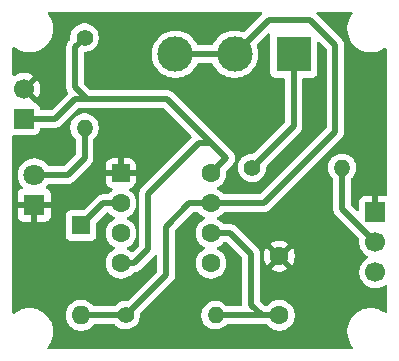
<source format=gbl>
G04 #@! TF.GenerationSoftware,KiCad,Pcbnew,9.0.1*
G04 #@! TF.CreationDate,2025-08-18T15:29:20+05:00*
G04 #@! TF.ProjectId,servo_tester,73657276-6f5f-4746-9573-7465722e6b69,rev?*
G04 #@! TF.SameCoordinates,Original*
G04 #@! TF.FileFunction,Copper,L2,Bot*
G04 #@! TF.FilePolarity,Positive*
%FSLAX46Y46*%
G04 Gerber Fmt 4.6, Leading zero omitted, Abs format (unit mm)*
G04 Created by KiCad (PCBNEW 9.0.1) date 2025-08-18 15:29:20*
%MOMM*%
%LPD*%
G01*
G04 APERTURE LIST*
G04 Aperture macros list*
%AMRoundRect*
0 Rectangle with rounded corners*
0 $1 Rounding radius*
0 $2 $3 $4 $5 $6 $7 $8 $9 X,Y pos of 4 corners*
0 Add a 4 corners polygon primitive as box body*
4,1,4,$2,$3,$4,$5,$6,$7,$8,$9,$2,$3,0*
0 Add four circle primitives for the rounded corners*
1,1,$1+$1,$2,$3*
1,1,$1+$1,$4,$5*
1,1,$1+$1,$6,$7*
1,1,$1+$1,$8,$9*
0 Add four rect primitives between the rounded corners*
20,1,$1+$1,$2,$3,$4,$5,0*
20,1,$1+$1,$4,$5,$6,$7,0*
20,1,$1+$1,$6,$7,$8,$9,0*
20,1,$1+$1,$8,$9,$2,$3,0*%
G04 Aperture macros list end*
G04 #@! TA.AperFunction,ComponentPad*
%ADD10C,1.400000*%
G04 #@! TD*
G04 #@! TA.AperFunction,ComponentPad*
%ADD11O,1.400000X1.400000*%
G04 #@! TD*
G04 #@! TA.AperFunction,ComponentPad*
%ADD12R,1.700000X1.700000*%
G04 #@! TD*
G04 #@! TA.AperFunction,ComponentPad*
%ADD13C,1.700000*%
G04 #@! TD*
G04 #@! TA.AperFunction,ComponentPad*
%ADD14R,1.600000X1.600000*%
G04 #@! TD*
G04 #@! TA.AperFunction,ComponentPad*
%ADD15O,1.600000X1.600000*%
G04 #@! TD*
G04 #@! TA.AperFunction,ComponentPad*
%ADD16RoundRect,0.250000X-0.550000X-0.550000X0.550000X-0.550000X0.550000X0.550000X-0.550000X0.550000X0*%
G04 #@! TD*
G04 #@! TA.AperFunction,ComponentPad*
%ADD17C,1.600000*%
G04 #@! TD*
G04 #@! TA.AperFunction,ComponentPad*
%ADD18R,1.800000X1.800000*%
G04 #@! TD*
G04 #@! TA.AperFunction,ComponentPad*
%ADD19C,1.800000*%
G04 #@! TD*
G04 #@! TA.AperFunction,ComponentPad*
%ADD20R,3.000000X3.000000*%
G04 #@! TD*
G04 #@! TA.AperFunction,ComponentPad*
%ADD21C,3.000000*%
G04 #@! TD*
G04 #@! TA.AperFunction,Conductor*
%ADD22C,0.500000*%
G04 #@! TD*
G04 APERTURE END LIST*
D10*
X140980000Y-102510000D03*
D11*
X148600000Y-102510000D03*
D12*
X162115000Y-93760000D03*
D13*
X162115000Y-96300000D03*
X162115000Y-98840000D03*
D14*
X137200000Y-94900000D03*
D15*
X137200000Y-102520000D03*
D16*
X140580000Y-90480000D03*
D17*
X140580000Y-93020000D03*
X140580000Y-95560000D03*
X140580000Y-98100000D03*
X148200000Y-98100000D03*
X148200000Y-95560000D03*
X148200000Y-93020000D03*
X148200000Y-90480000D03*
D12*
X132385000Y-85875000D03*
D13*
X132385000Y-83335000D03*
D10*
X137500000Y-79000000D03*
D11*
X137500000Y-86620000D03*
D18*
X133250000Y-93170000D03*
D19*
X133250000Y-90630000D03*
D17*
X154000000Y-102510000D03*
X154000000Y-97510000D03*
D10*
X151690000Y-90010000D03*
D11*
X159310000Y-90010000D03*
D20*
X155200000Y-80400000D03*
D21*
X150200000Y-80400000D03*
X145200000Y-80400000D03*
D22*
X155200000Y-80400000D02*
X155200000Y-86500000D01*
X155200000Y-86500000D02*
X151690000Y-90010000D01*
X150200000Y-80400000D02*
X153100000Y-77500000D01*
X144400000Y-99090000D02*
X140980000Y-102510000D01*
X146380000Y-93020000D02*
X144400000Y-95000000D01*
X158750000Y-86950000D02*
X158750000Y-79650000D01*
X144400000Y-95000000D02*
X144400000Y-99090000D01*
X152680000Y-93020000D02*
X158750000Y-86950000D01*
X145200000Y-80400000D02*
X150200000Y-80400000D01*
X153100000Y-77500000D02*
X156600000Y-77500000D01*
X148200000Y-93020000D02*
X146380000Y-93020000D01*
X148200000Y-93020000D02*
X152680000Y-93020000D01*
X158750000Y-79650000D02*
X156600000Y-77500000D01*
X137210000Y-102510000D02*
X137200000Y-102520000D01*
X140980000Y-102510000D02*
X137210000Y-102510000D01*
X151600000Y-97300000D02*
X151600000Y-101610000D01*
X152500000Y-102510000D02*
X154000000Y-102510000D01*
X149860000Y-95560000D02*
X151600000Y-97300000D01*
X139080000Y-93020000D02*
X137200000Y-94900000D01*
X140580000Y-93020000D02*
X139080000Y-93020000D01*
X148600000Y-102510000D02*
X152500000Y-102510000D01*
X148200000Y-95560000D02*
X149860000Y-95560000D01*
X151600000Y-101610000D02*
X152500000Y-102510000D01*
X137500000Y-89200000D02*
X136070000Y-90630000D01*
X137500000Y-86620000D02*
X137500000Y-89200000D01*
X136070000Y-90630000D02*
X133250000Y-90630000D01*
X149490000Y-89190000D02*
X148200000Y-87900000D01*
X162115000Y-96300000D02*
X159310000Y-93495000D01*
X159310000Y-93495000D02*
X159310000Y-90010000D01*
X137500000Y-79000000D02*
X136700000Y-79800000D01*
X148200000Y-87900000D02*
X147200000Y-87900000D01*
X136700000Y-84200000D02*
X137700000Y-84200000D01*
X136700000Y-83200000D02*
X137700000Y-84200000D01*
X142900000Y-92200000D02*
X142900000Y-96900000D01*
X141700000Y-98100000D02*
X140580000Y-98100000D01*
X137700000Y-84200000D02*
X144500000Y-84200000D01*
X135025000Y-85875000D02*
X136700000Y-84200000D01*
X148200000Y-90480000D02*
X149490000Y-89190000D01*
X136700000Y-79800000D02*
X136700000Y-83200000D01*
X142900000Y-96900000D02*
X141700000Y-98100000D01*
X147200000Y-87900000D02*
X142900000Y-92200000D01*
X144500000Y-84200000D02*
X148200000Y-87900000D01*
X132385000Y-85875000D02*
X135025000Y-85875000D01*
G04 #@! TA.AperFunction,Conductor*
G36*
X160156258Y-76820185D02*
G01*
X160202013Y-76872989D01*
X160211957Y-76942147D01*
X160187595Y-76999985D01*
X160178238Y-77012181D01*
X160083072Y-77136201D01*
X159951958Y-77363299D01*
X159951953Y-77363309D01*
X159851605Y-77605571D01*
X159851602Y-77605581D01*
X159791722Y-77829060D01*
X159783730Y-77858885D01*
X159749500Y-78118872D01*
X159749500Y-78381127D01*
X159772789Y-78558016D01*
X159783730Y-78641116D01*
X159851602Y-78894418D01*
X159851605Y-78894428D01*
X159951953Y-79136690D01*
X159951958Y-79136700D01*
X160083075Y-79363803D01*
X160242718Y-79571851D01*
X160242726Y-79571860D01*
X160428140Y-79757274D01*
X160428148Y-79757281D01*
X160636196Y-79916924D01*
X160863299Y-80048041D01*
X160863309Y-80048046D01*
X161019024Y-80112545D01*
X161105581Y-80148398D01*
X161358884Y-80216270D01*
X161618880Y-80250500D01*
X161618887Y-80250500D01*
X161881113Y-80250500D01*
X161881120Y-80250500D01*
X162141116Y-80216270D01*
X162394419Y-80148398D01*
X162636697Y-80048043D01*
X162863803Y-79916924D01*
X162900013Y-79889139D01*
X162965182Y-79863944D01*
X163033627Y-79877982D01*
X163083617Y-79926795D01*
X163099500Y-79987514D01*
X163099500Y-92286000D01*
X163079815Y-92353039D01*
X163027011Y-92398794D01*
X162975500Y-92410000D01*
X162365000Y-92410000D01*
X162365000Y-93326988D01*
X162307993Y-93294075D01*
X162180826Y-93260000D01*
X162049174Y-93260000D01*
X161922007Y-93294075D01*
X161865000Y-93326988D01*
X161865000Y-92410000D01*
X161217155Y-92410000D01*
X161157627Y-92416401D01*
X161157620Y-92416403D01*
X161022913Y-92466645D01*
X161022906Y-92466649D01*
X160907812Y-92552809D01*
X160907809Y-92552812D01*
X160821649Y-92667906D01*
X160821645Y-92667913D01*
X160771403Y-92802620D01*
X160771401Y-92802627D01*
X160765000Y-92862155D01*
X160765000Y-93589270D01*
X160745315Y-93656309D01*
X160692511Y-93702064D01*
X160623353Y-93712008D01*
X160559797Y-93682983D01*
X160553319Y-93676951D01*
X160096819Y-93220451D01*
X160063334Y-93159128D01*
X160060500Y-93132770D01*
X160060500Y-91008625D01*
X160080185Y-90941586D01*
X160096819Y-90920944D01*
X160137763Y-90880000D01*
X160225690Y-90792073D01*
X160336760Y-90639199D01*
X160422547Y-90470832D01*
X160480940Y-90291118D01*
X160493013Y-90214892D01*
X160510500Y-90104486D01*
X160510500Y-89915513D01*
X160480940Y-89728881D01*
X160449715Y-89632781D01*
X160422547Y-89549168D01*
X160422545Y-89549165D01*
X160422545Y-89549163D01*
X160356176Y-89418907D01*
X160336760Y-89380801D01*
X160225690Y-89227927D01*
X160092073Y-89094310D01*
X159939199Y-88983240D01*
X159915361Y-88971094D01*
X159770836Y-88897454D01*
X159591118Y-88839059D01*
X159404486Y-88809500D01*
X159404481Y-88809500D01*
X159215519Y-88809500D01*
X159215514Y-88809500D01*
X159028881Y-88839059D01*
X158849163Y-88897454D01*
X158680800Y-88983240D01*
X158593579Y-89046610D01*
X158527927Y-89094310D01*
X158527925Y-89094312D01*
X158527924Y-89094312D01*
X158394312Y-89227924D01*
X158394312Y-89227925D01*
X158394310Y-89227927D01*
X158346610Y-89293579D01*
X158283240Y-89380800D01*
X158197454Y-89549163D01*
X158139059Y-89728881D01*
X158109500Y-89915513D01*
X158109500Y-90104486D01*
X158139059Y-90291118D01*
X158197454Y-90470836D01*
X158254275Y-90582352D01*
X158283240Y-90639199D01*
X158394310Y-90792073D01*
X158394312Y-90792075D01*
X158523181Y-90920944D01*
X158556666Y-90982267D01*
X158559500Y-91008625D01*
X158559500Y-93568918D01*
X158559500Y-93568920D01*
X158559499Y-93568920D01*
X158588340Y-93713907D01*
X158588342Y-93713913D01*
X158644914Y-93850491D01*
X158644917Y-93850496D01*
X158649714Y-93857675D01*
X158727051Y-93973420D01*
X158727052Y-93973421D01*
X160744824Y-95991192D01*
X160778309Y-96052515D01*
X160779616Y-96098271D01*
X160764500Y-96193707D01*
X160764500Y-96193713D01*
X160764500Y-96406287D01*
X160797754Y-96616243D01*
X160846897Y-96767490D01*
X160863444Y-96818414D01*
X160959951Y-97007820D01*
X161084890Y-97179786D01*
X161235213Y-97330109D01*
X161407182Y-97455050D01*
X161415946Y-97459516D01*
X161466742Y-97507491D01*
X161483536Y-97575312D01*
X161460998Y-97641447D01*
X161415946Y-97680484D01*
X161407182Y-97684949D01*
X161235213Y-97809890D01*
X161084890Y-97960213D01*
X160959951Y-98132179D01*
X160863444Y-98321585D01*
X160797753Y-98523760D01*
X160787345Y-98589474D01*
X160764500Y-98733713D01*
X160764500Y-98946287D01*
X160797754Y-99156243D01*
X160800248Y-99163920D01*
X160863444Y-99358414D01*
X160959951Y-99547820D01*
X161084890Y-99719786D01*
X161235213Y-99870109D01*
X161407179Y-99995048D01*
X161407181Y-99995049D01*
X161407184Y-99995051D01*
X161596588Y-100091557D01*
X161798757Y-100157246D01*
X162008713Y-100190500D01*
X162008714Y-100190500D01*
X162221286Y-100190500D01*
X162221287Y-100190500D01*
X162431243Y-100157246D01*
X162633412Y-100091557D01*
X162822816Y-99995051D01*
X162902616Y-99937073D01*
X162968421Y-99913594D01*
X163036475Y-99929419D01*
X163085170Y-99979525D01*
X163099500Y-100037392D01*
X163099500Y-102162485D01*
X163079815Y-102229524D01*
X163027011Y-102275279D01*
X162957853Y-102285223D01*
X162900014Y-102260861D01*
X162863802Y-102233075D01*
X162636700Y-102101958D01*
X162636690Y-102101953D01*
X162394428Y-102001605D01*
X162394421Y-102001603D01*
X162394419Y-102001602D01*
X162141116Y-101933730D01*
X162083339Y-101926123D01*
X161881127Y-101899500D01*
X161881120Y-101899500D01*
X161618880Y-101899500D01*
X161618872Y-101899500D01*
X161387772Y-101929926D01*
X161358884Y-101933730D01*
X161105581Y-102001602D01*
X161105571Y-102001605D01*
X160863309Y-102101953D01*
X160863299Y-102101958D01*
X160636196Y-102233075D01*
X160428148Y-102392718D01*
X160242718Y-102578148D01*
X160083075Y-102786196D01*
X159951958Y-103013299D01*
X159951953Y-103013309D01*
X159851605Y-103255571D01*
X159851602Y-103255581D01*
X159785583Y-103501971D01*
X159783730Y-103508885D01*
X159749500Y-103768872D01*
X159749500Y-104031127D01*
X159770436Y-104190140D01*
X159783730Y-104291116D01*
X159805178Y-104371161D01*
X159851602Y-104544418D01*
X159851605Y-104544428D01*
X159951953Y-104786690D01*
X159951958Y-104786700D01*
X160083075Y-105013803D01*
X160225961Y-105200013D01*
X160251156Y-105265182D01*
X160237118Y-105333627D01*
X160188304Y-105383617D01*
X160127586Y-105399500D01*
X134472414Y-105399500D01*
X134405375Y-105379815D01*
X134359620Y-105327011D01*
X134349676Y-105257853D01*
X134374039Y-105200013D01*
X134516924Y-105013803D01*
X134648041Y-104786700D01*
X134648046Y-104786690D01*
X134748394Y-104544428D01*
X134748398Y-104544419D01*
X134816270Y-104291116D01*
X134850500Y-104031120D01*
X134850500Y-103768880D01*
X134816270Y-103508884D01*
X134748398Y-103255581D01*
X134726044Y-103201613D01*
X134648046Y-103013309D01*
X134648041Y-103013299D01*
X134516924Y-102786196D01*
X134357281Y-102578148D01*
X134357274Y-102578140D01*
X134171860Y-102392726D01*
X134171851Y-102392718D01*
X133963803Y-102233075D01*
X133736700Y-102101958D01*
X133736690Y-102101953D01*
X133494428Y-102001605D01*
X133494421Y-102001603D01*
X133494419Y-102001602D01*
X133241116Y-101933730D01*
X133183339Y-101926123D01*
X132981127Y-101899500D01*
X132981120Y-101899500D01*
X132718880Y-101899500D01*
X132718872Y-101899500D01*
X132487772Y-101929926D01*
X132458884Y-101933730D01*
X132205581Y-102001602D01*
X132205571Y-102001605D01*
X131963309Y-102101953D01*
X131963299Y-102101958D01*
X131736201Y-102233072D01*
X131681197Y-102275279D01*
X131599985Y-102337595D01*
X131534818Y-102362789D01*
X131466373Y-102348751D01*
X131416383Y-102299937D01*
X131400500Y-102239219D01*
X131400500Y-90519778D01*
X131849500Y-90519778D01*
X131849500Y-90740222D01*
X131857713Y-90792074D01*
X131883985Y-90957952D01*
X131952103Y-91167603D01*
X131952104Y-91167606D01*
X131975209Y-91212950D01*
X132045885Y-91351658D01*
X132052187Y-91364025D01*
X132181752Y-91542358D01*
X132181756Y-91542363D01*
X132232316Y-91592923D01*
X132265801Y-91654246D01*
X132260817Y-91723938D01*
X132218945Y-91779871D01*
X132187969Y-91796785D01*
X132107918Y-91826643D01*
X132107906Y-91826649D01*
X131992812Y-91912809D01*
X131992809Y-91912812D01*
X131906649Y-92027906D01*
X131906645Y-92027913D01*
X131856403Y-92162620D01*
X131856401Y-92162627D01*
X131850000Y-92222155D01*
X131850000Y-92920000D01*
X132874722Y-92920000D01*
X132830667Y-92996306D01*
X132800000Y-93110756D01*
X132800000Y-93229244D01*
X132830667Y-93343694D01*
X132874722Y-93420000D01*
X131850000Y-93420000D01*
X131850000Y-94117844D01*
X131856401Y-94177372D01*
X131856403Y-94177379D01*
X131906645Y-94312086D01*
X131906649Y-94312093D01*
X131992809Y-94427187D01*
X131992812Y-94427190D01*
X132107906Y-94513350D01*
X132107913Y-94513354D01*
X132242620Y-94563596D01*
X132242627Y-94563598D01*
X132302155Y-94569999D01*
X132302172Y-94570000D01*
X133000000Y-94570000D01*
X133000000Y-93545277D01*
X133076306Y-93589333D01*
X133190756Y-93620000D01*
X133309244Y-93620000D01*
X133423694Y-93589333D01*
X133500000Y-93545277D01*
X133500000Y-94570000D01*
X134197828Y-94570000D01*
X134197844Y-94569999D01*
X134257372Y-94563598D01*
X134257379Y-94563596D01*
X134392086Y-94513354D01*
X134392093Y-94513350D01*
X134507187Y-94427190D01*
X134507190Y-94427187D01*
X134593350Y-94312093D01*
X134593354Y-94312086D01*
X134643596Y-94177379D01*
X134643598Y-94177372D01*
X134649999Y-94117844D01*
X134650000Y-94117827D01*
X134650000Y-93420000D01*
X133625278Y-93420000D01*
X133669333Y-93343694D01*
X133700000Y-93229244D01*
X133700000Y-93110756D01*
X133669333Y-92996306D01*
X133625278Y-92920000D01*
X134650000Y-92920000D01*
X134650000Y-92222172D01*
X134649999Y-92222155D01*
X134643598Y-92162627D01*
X134643596Y-92162620D01*
X134593354Y-92027913D01*
X134593350Y-92027906D01*
X134507190Y-91912812D01*
X134507187Y-91912809D01*
X134392093Y-91826649D01*
X134392087Y-91826646D01*
X134312030Y-91796786D01*
X134288882Y-91779457D01*
X134264105Y-91764555D01*
X134261255Y-91758775D01*
X134256097Y-91754914D01*
X134245992Y-91727822D01*
X134233205Y-91701890D01*
X134233932Y-91695487D01*
X134231680Y-91689450D01*
X134237826Y-91661195D01*
X134241089Y-91632467D01*
X134245504Y-91625901D01*
X134246532Y-91621177D01*
X134259280Y-91602222D01*
X134263243Y-91597363D01*
X134318242Y-91542365D01*
X134400744Y-91428809D01*
X134402940Y-91426118D01*
X134429004Y-91408251D01*
X134454035Y-91388949D01*
X134458342Y-91388140D01*
X134460570Y-91386613D01*
X134467583Y-91386404D01*
X134499024Y-91380500D01*
X136143920Y-91380500D01*
X136241462Y-91361096D01*
X136288913Y-91351658D01*
X136425495Y-91295084D01*
X136474729Y-91262186D01*
X136548416Y-91212952D01*
X137290536Y-90470832D01*
X137972185Y-89789183D01*
X138082948Y-89678419D01*
X138082947Y-89678419D01*
X138082951Y-89678416D01*
X138165084Y-89555495D01*
X138221658Y-89418913D01*
X138238926Y-89332103D01*
X138250500Y-89273920D01*
X138250500Y-87618625D01*
X138270185Y-87551586D01*
X138286819Y-87530944D01*
X138330083Y-87487680D01*
X138415690Y-87402073D01*
X138526760Y-87249199D01*
X138612547Y-87080832D01*
X138670940Y-86901118D01*
X138681811Y-86832482D01*
X138700500Y-86714486D01*
X138700500Y-86525513D01*
X138670940Y-86338881D01*
X138612545Y-86159163D01*
X138526759Y-85990800D01*
X138415690Y-85837927D01*
X138282073Y-85704310D01*
X138129199Y-85593240D01*
X137960836Y-85507454D01*
X137781118Y-85449059D01*
X137594486Y-85419500D01*
X137594481Y-85419500D01*
X137405519Y-85419500D01*
X137405514Y-85419500D01*
X137218881Y-85449059D01*
X137039163Y-85507454D01*
X136870800Y-85593240D01*
X136783579Y-85656610D01*
X136717927Y-85704310D01*
X136717925Y-85704312D01*
X136717924Y-85704312D01*
X136584312Y-85837924D01*
X136584312Y-85837925D01*
X136584310Y-85837927D01*
X136536610Y-85903579D01*
X136473240Y-85990800D01*
X136387454Y-86159163D01*
X136329059Y-86338881D01*
X136299500Y-86525513D01*
X136299500Y-86714486D01*
X136329059Y-86901118D01*
X136387454Y-87080836D01*
X136432273Y-87168797D01*
X136473240Y-87249199D01*
X136584310Y-87402073D01*
X136584312Y-87402075D01*
X136713181Y-87530944D01*
X136746666Y-87592267D01*
X136749500Y-87618625D01*
X136749500Y-88837770D01*
X136729815Y-88904809D01*
X136713181Y-88925451D01*
X135795451Y-89843181D01*
X135734128Y-89876666D01*
X135707770Y-89879500D01*
X134499024Y-89879500D01*
X134431985Y-89859815D01*
X134398705Y-89828384D01*
X134318245Y-89717638D01*
X134162363Y-89561756D01*
X134162358Y-89561752D01*
X133984025Y-89432187D01*
X133984024Y-89432186D01*
X133984022Y-89432185D01*
X133921096Y-89400122D01*
X133787606Y-89332104D01*
X133787603Y-89332103D01*
X133577952Y-89263985D01*
X133469086Y-89246742D01*
X133360222Y-89229500D01*
X133139778Y-89229500D01*
X133067201Y-89240995D01*
X132922047Y-89263985D01*
X132712396Y-89332103D01*
X132712393Y-89332104D01*
X132515974Y-89432187D01*
X132337641Y-89561752D01*
X132337636Y-89561756D01*
X132181756Y-89717636D01*
X132181752Y-89717641D01*
X132052187Y-89895974D01*
X131952104Y-90092393D01*
X131952103Y-90092396D01*
X131883985Y-90302047D01*
X131883985Y-90302049D01*
X131849500Y-90519778D01*
X131400500Y-90519778D01*
X131400500Y-87349499D01*
X131420185Y-87282460D01*
X131472989Y-87236705D01*
X131524495Y-87225499D01*
X133282872Y-87225499D01*
X133342483Y-87219091D01*
X133477331Y-87168796D01*
X133592546Y-87082546D01*
X133678796Y-86967331D01*
X133729091Y-86832483D01*
X133735500Y-86772873D01*
X133735500Y-86749500D01*
X133755185Y-86682461D01*
X133807989Y-86636706D01*
X133859500Y-86625500D01*
X135098920Y-86625500D01*
X135196462Y-86606096D01*
X135243913Y-86596658D01*
X135380495Y-86540084D01*
X135429729Y-86507186D01*
X135503416Y-86457952D01*
X136974549Y-84986819D01*
X137035872Y-84953334D01*
X137062230Y-84950500D01*
X137626082Y-84950500D01*
X137626083Y-84950500D01*
X137773918Y-84950500D01*
X144137770Y-84950500D01*
X144204809Y-84970185D01*
X144225451Y-84986819D01*
X146550950Y-87312318D01*
X146584435Y-87373641D01*
X146579451Y-87443333D01*
X146550950Y-87487680D01*
X142317050Y-91721580D01*
X142317044Y-91721588D01*
X142267812Y-91795268D01*
X142267813Y-91795269D01*
X142234921Y-91844496D01*
X142234914Y-91844508D01*
X142178342Y-91981086D01*
X142178340Y-91981092D01*
X142149500Y-92126079D01*
X142149500Y-96537769D01*
X142129815Y-96604808D01*
X142113181Y-96625450D01*
X141616589Y-97122042D01*
X141555266Y-97155527D01*
X141485574Y-97150543D01*
X141441227Y-97122042D01*
X141427213Y-97108028D01*
X141261614Y-96987715D01*
X141244402Y-96978945D01*
X141168917Y-96940483D01*
X141118123Y-96892511D01*
X141101328Y-96824690D01*
X141123865Y-96758555D01*
X141168917Y-96719516D01*
X141261610Y-96672287D01*
X141354488Y-96604808D01*
X141427213Y-96551971D01*
X141427215Y-96551968D01*
X141427219Y-96551966D01*
X141571966Y-96407219D01*
X141571968Y-96407215D01*
X141571971Y-96407213D01*
X141637008Y-96317695D01*
X141692287Y-96241610D01*
X141785220Y-96059219D01*
X141848477Y-95864534D01*
X141880500Y-95662352D01*
X141880500Y-95457648D01*
X141854769Y-95295191D01*
X141848477Y-95255465D01*
X141785218Y-95060776D01*
X141742554Y-94977045D01*
X141692287Y-94878390D01*
X141684556Y-94867749D01*
X141571971Y-94712786D01*
X141427213Y-94568028D01*
X141261614Y-94447715D01*
X141221331Y-94427190D01*
X141168917Y-94400483D01*
X141118123Y-94352511D01*
X141101328Y-94284690D01*
X141123865Y-94218555D01*
X141168917Y-94179516D01*
X141261610Y-94132287D01*
X141371957Y-94052116D01*
X141427213Y-94011971D01*
X141427215Y-94011968D01*
X141427219Y-94011966D01*
X141571966Y-93867219D01*
X141571968Y-93867215D01*
X141571971Y-93867213D01*
X141636097Y-93778949D01*
X141692287Y-93701610D01*
X141785220Y-93519219D01*
X141848477Y-93324534D01*
X141880500Y-93122352D01*
X141880500Y-92917648D01*
X141862281Y-92802620D01*
X141848477Y-92715465D01*
X141798687Y-92562229D01*
X141785220Y-92520781D01*
X141785218Y-92520778D01*
X141785218Y-92520776D01*
X141742554Y-92437044D01*
X141692287Y-92338390D01*
X141684556Y-92327749D01*
X141571971Y-92172786D01*
X141427217Y-92028032D01*
X141427212Y-92028028D01*
X141333051Y-91959616D01*
X141290385Y-91904286D01*
X141284406Y-91834673D01*
X141317012Y-91772878D01*
X141366933Y-91741592D01*
X141449117Y-91714359D01*
X141449124Y-91714356D01*
X141598345Y-91622315D01*
X141722315Y-91498345D01*
X141814356Y-91349124D01*
X141814358Y-91349119D01*
X141869505Y-91182697D01*
X141869506Y-91182690D01*
X141879999Y-91079986D01*
X141880000Y-91079973D01*
X141880000Y-90730000D01*
X140895686Y-90730000D01*
X140900080Y-90725606D01*
X140952741Y-90634394D01*
X140980000Y-90532661D01*
X140980000Y-90427339D01*
X140952741Y-90325606D01*
X140900080Y-90234394D01*
X140895686Y-90230000D01*
X141879999Y-90230000D01*
X141879999Y-89880028D01*
X141879998Y-89880013D01*
X141869505Y-89777302D01*
X141814358Y-89610880D01*
X141814356Y-89610875D01*
X141722315Y-89461654D01*
X141598345Y-89337684D01*
X141449124Y-89245643D01*
X141449119Y-89245641D01*
X141282697Y-89190494D01*
X141282690Y-89190493D01*
X141179986Y-89180000D01*
X140830000Y-89180000D01*
X140830000Y-90164314D01*
X140825606Y-90159920D01*
X140734394Y-90107259D01*
X140632661Y-90080000D01*
X140527339Y-90080000D01*
X140425606Y-90107259D01*
X140334394Y-90159920D01*
X140330000Y-90164314D01*
X140330000Y-89180000D01*
X139980028Y-89180000D01*
X139980012Y-89180001D01*
X139877302Y-89190494D01*
X139710880Y-89245641D01*
X139710875Y-89245643D01*
X139561654Y-89337684D01*
X139437684Y-89461654D01*
X139345643Y-89610875D01*
X139345641Y-89610880D01*
X139290494Y-89777302D01*
X139290493Y-89777309D01*
X139280000Y-89880013D01*
X139280000Y-90230000D01*
X140264314Y-90230000D01*
X140259920Y-90234394D01*
X140207259Y-90325606D01*
X140180000Y-90427339D01*
X140180000Y-90532661D01*
X140207259Y-90634394D01*
X140259920Y-90725606D01*
X140264314Y-90730000D01*
X139280001Y-90730000D01*
X139280001Y-91079986D01*
X139290494Y-91182697D01*
X139345641Y-91349119D01*
X139345643Y-91349124D01*
X139437684Y-91498345D01*
X139561654Y-91622315D01*
X139710875Y-91714356D01*
X139710882Y-91714359D01*
X139793067Y-91741592D01*
X139850512Y-91781364D01*
X139877336Y-91845880D01*
X139865021Y-91914656D01*
X139826949Y-91959616D01*
X139732787Y-92028028D01*
X139732782Y-92028032D01*
X139588032Y-92172782D01*
X139588028Y-92172787D01*
X139554900Y-92218385D01*
X139499571Y-92261051D01*
X139454582Y-92269500D01*
X139006080Y-92269500D01*
X138861092Y-92298340D01*
X138861082Y-92298343D01*
X138724511Y-92354912D01*
X138724498Y-92354919D01*
X138601584Y-92437048D01*
X138601580Y-92437051D01*
X137475450Y-93563181D01*
X137414127Y-93596666D01*
X137387769Y-93599500D01*
X136352129Y-93599500D01*
X136352123Y-93599501D01*
X136292516Y-93605908D01*
X136157671Y-93656202D01*
X136157664Y-93656206D01*
X136042455Y-93742452D01*
X136042452Y-93742455D01*
X135956206Y-93857664D01*
X135956202Y-93857671D01*
X135905908Y-93992517D01*
X135899501Y-94052116D01*
X135899500Y-94052135D01*
X135899500Y-95747870D01*
X135899501Y-95747876D01*
X135905908Y-95807483D01*
X135956202Y-95942328D01*
X135956206Y-95942335D01*
X136042452Y-96057544D01*
X136042455Y-96057547D01*
X136157664Y-96143793D01*
X136157671Y-96143797D01*
X136292517Y-96194091D01*
X136292516Y-96194091D01*
X136299444Y-96194835D01*
X136352127Y-96200500D01*
X138047872Y-96200499D01*
X138107483Y-96194091D01*
X138242331Y-96143796D01*
X138357546Y-96057546D01*
X138443796Y-95942331D01*
X138494091Y-95807483D01*
X138500500Y-95747873D01*
X138500499Y-94712228D01*
X138520183Y-94645190D01*
X138536813Y-94624553D01*
X139354548Y-93806819D01*
X139381475Y-93792115D01*
X139407294Y-93775523D01*
X139413494Y-93774631D01*
X139415871Y-93773334D01*
X139442229Y-93770500D01*
X139454582Y-93770500D01*
X139521621Y-93790185D01*
X139554900Y-93821615D01*
X139588028Y-93867212D01*
X139588032Y-93867217D01*
X139732786Y-94011971D01*
X139878487Y-94117827D01*
X139898390Y-94132287D01*
X139986874Y-94177372D01*
X139991080Y-94179515D01*
X140041876Y-94227490D01*
X140058671Y-94295311D01*
X140036134Y-94361446D01*
X139991080Y-94400485D01*
X139898386Y-94447715D01*
X139732786Y-94568028D01*
X139588028Y-94712786D01*
X139467715Y-94878386D01*
X139374781Y-95060776D01*
X139311522Y-95255465D01*
X139279500Y-95457648D01*
X139279500Y-95662351D01*
X139311522Y-95864534D01*
X139374781Y-96059223D01*
X139438691Y-96184653D01*
X139446766Y-96200500D01*
X139467715Y-96241613D01*
X139588028Y-96407213D01*
X139732786Y-96551971D01*
X139887749Y-96664556D01*
X139898390Y-96672287D01*
X139986240Y-96717049D01*
X139991080Y-96719515D01*
X140041876Y-96767490D01*
X140058671Y-96835311D01*
X140036134Y-96901446D01*
X139991080Y-96940485D01*
X139898386Y-96987715D01*
X139732786Y-97108028D01*
X139588028Y-97252786D01*
X139467715Y-97418386D01*
X139374781Y-97600776D01*
X139311522Y-97795465D01*
X139279500Y-97997648D01*
X139279500Y-98202351D01*
X139311522Y-98404534D01*
X139374781Y-98599223D01*
X139417443Y-98682950D01*
X139466450Y-98779132D01*
X139467715Y-98781613D01*
X139588028Y-98947213D01*
X139732786Y-99091971D01*
X139887749Y-99204556D01*
X139898390Y-99212287D01*
X140014607Y-99271503D01*
X140080776Y-99305218D01*
X140080778Y-99305218D01*
X140080781Y-99305220D01*
X140185137Y-99339127D01*
X140275465Y-99368477D01*
X140376557Y-99384488D01*
X140477648Y-99400500D01*
X140477649Y-99400500D01*
X140682351Y-99400500D01*
X140682352Y-99400500D01*
X140884534Y-99368477D01*
X141079219Y-99305220D01*
X141261610Y-99212287D01*
X141354590Y-99144732D01*
X141427213Y-99091971D01*
X141427215Y-99091968D01*
X141427219Y-99091966D01*
X141571966Y-98947219D01*
X141574650Y-98943524D01*
X141605100Y-98901615D01*
X141660429Y-98858949D01*
X141705418Y-98850500D01*
X141773920Y-98850500D01*
X141871462Y-98831096D01*
X141918913Y-98821658D01*
X142055495Y-98765084D01*
X142104729Y-98732186D01*
X142111339Y-98727770D01*
X142130817Y-98714755D01*
X142178416Y-98682952D01*
X142819202Y-98042165D01*
X143437819Y-97423549D01*
X143499142Y-97390064D01*
X143568834Y-97395048D01*
X143624767Y-97436920D01*
X143649184Y-97502384D01*
X143649500Y-97511230D01*
X143649500Y-98727770D01*
X143629815Y-98794809D01*
X143613181Y-98815451D01*
X141155451Y-101273181D01*
X141094128Y-101306666D01*
X141067770Y-101309500D01*
X140885514Y-101309500D01*
X140698881Y-101339059D01*
X140519163Y-101397454D01*
X140350800Y-101483240D01*
X140263579Y-101546610D01*
X140197927Y-101594310D01*
X140197925Y-101594312D01*
X140197924Y-101594312D01*
X140069056Y-101723181D01*
X140007733Y-101756666D01*
X139981375Y-101759500D01*
X138318152Y-101759500D01*
X138251113Y-101739815D01*
X138217835Y-101708387D01*
X138191966Y-101672781D01*
X138047219Y-101528034D01*
X138047213Y-101528028D01*
X137881613Y-101407715D01*
X137881612Y-101407714D01*
X137881610Y-101407713D01*
X137824653Y-101378691D01*
X137699223Y-101314781D01*
X137504534Y-101251522D01*
X137329995Y-101223878D01*
X137302352Y-101219500D01*
X137097648Y-101219500D01*
X137073329Y-101223351D01*
X136895465Y-101251522D01*
X136700776Y-101314781D01*
X136518386Y-101407715D01*
X136352786Y-101528028D01*
X136208028Y-101672786D01*
X136087715Y-101838386D01*
X135994781Y-102020776D01*
X135931522Y-102215465D01*
X135899500Y-102417648D01*
X135899500Y-102622351D01*
X135931522Y-102824534D01*
X135994781Y-103019223D01*
X136049889Y-103127376D01*
X136082619Y-103191613D01*
X136087715Y-103201613D01*
X136208028Y-103367213D01*
X136352786Y-103511971D01*
X136504622Y-103622284D01*
X136518390Y-103632287D01*
X136613877Y-103680940D01*
X136700776Y-103725218D01*
X136700778Y-103725218D01*
X136700781Y-103725220D01*
X136805137Y-103759127D01*
X136895465Y-103788477D01*
X136996557Y-103804488D01*
X137097648Y-103820500D01*
X137097649Y-103820500D01*
X137302351Y-103820500D01*
X137302352Y-103820500D01*
X137504534Y-103788477D01*
X137699219Y-103725220D01*
X137881610Y-103632287D01*
X138013093Y-103536760D01*
X138047213Y-103511971D01*
X138047215Y-103511968D01*
X138047219Y-103511966D01*
X138191966Y-103367219D01*
X138209882Y-103342559D01*
X138232365Y-103311615D01*
X138287695Y-103268949D01*
X138332683Y-103260500D01*
X139981375Y-103260500D01*
X140048414Y-103280185D01*
X140069056Y-103296819D01*
X140197927Y-103425690D01*
X140350801Y-103536760D01*
X140430347Y-103577290D01*
X140519163Y-103622545D01*
X140519165Y-103622545D01*
X140519168Y-103622547D01*
X140615497Y-103653846D01*
X140698881Y-103680940D01*
X140885514Y-103710500D01*
X140885519Y-103710500D01*
X141074486Y-103710500D01*
X141261118Y-103680940D01*
X141440832Y-103622547D01*
X141609199Y-103536760D01*
X141762073Y-103425690D01*
X141895690Y-103292073D01*
X142006760Y-103139199D01*
X142092547Y-102970832D01*
X142150940Y-102791118D01*
X142177670Y-102622351D01*
X142180500Y-102604486D01*
X142180500Y-102422228D01*
X142200185Y-102355189D01*
X142216819Y-102334547D01*
X144982948Y-99568419D01*
X144982948Y-99568418D01*
X144982951Y-99568416D01*
X145065084Y-99445495D01*
X145121658Y-99308913D01*
X145150500Y-99163918D01*
X145150500Y-99016083D01*
X145150500Y-95362230D01*
X145170185Y-95295191D01*
X145186819Y-95274549D01*
X146654549Y-93806819D01*
X146715872Y-93773334D01*
X146742230Y-93770500D01*
X147074582Y-93770500D01*
X147141621Y-93790185D01*
X147174900Y-93821615D01*
X147208028Y-93867212D01*
X147208032Y-93867217D01*
X147352786Y-94011971D01*
X147498487Y-94117827D01*
X147518390Y-94132287D01*
X147606874Y-94177372D01*
X147611080Y-94179515D01*
X147661876Y-94227490D01*
X147678671Y-94295311D01*
X147656134Y-94361446D01*
X147611080Y-94400485D01*
X147518386Y-94447715D01*
X147352786Y-94568028D01*
X147208028Y-94712786D01*
X147087715Y-94878386D01*
X146994781Y-95060776D01*
X146931522Y-95255465D01*
X146899500Y-95457648D01*
X146899500Y-95662351D01*
X146931522Y-95864534D01*
X146994781Y-96059223D01*
X147058691Y-96184653D01*
X147066766Y-96200500D01*
X147087715Y-96241613D01*
X147208028Y-96407213D01*
X147352786Y-96551971D01*
X147507749Y-96664556D01*
X147518390Y-96672287D01*
X147606240Y-96717049D01*
X147611080Y-96719515D01*
X147661876Y-96767490D01*
X147678671Y-96835311D01*
X147656134Y-96901446D01*
X147611080Y-96940485D01*
X147518386Y-96987715D01*
X147352786Y-97108028D01*
X147208028Y-97252786D01*
X147087715Y-97418386D01*
X146994781Y-97600776D01*
X146931522Y-97795465D01*
X146899500Y-97997648D01*
X146899500Y-98202351D01*
X146931522Y-98404534D01*
X146994781Y-98599223D01*
X147037443Y-98682950D01*
X147086450Y-98779132D01*
X147087715Y-98781613D01*
X147208028Y-98947213D01*
X147352786Y-99091971D01*
X147507749Y-99204556D01*
X147518390Y-99212287D01*
X147634607Y-99271503D01*
X147700776Y-99305218D01*
X147700778Y-99305218D01*
X147700781Y-99305220D01*
X147805137Y-99339127D01*
X147895465Y-99368477D01*
X147996557Y-99384488D01*
X148097648Y-99400500D01*
X148097649Y-99400500D01*
X148302351Y-99400500D01*
X148302352Y-99400500D01*
X148504534Y-99368477D01*
X148699219Y-99305220D01*
X148881610Y-99212287D01*
X148974590Y-99144732D01*
X149047213Y-99091971D01*
X149047215Y-99091968D01*
X149047219Y-99091966D01*
X149191966Y-98947219D01*
X149191968Y-98947215D01*
X149191971Y-98947213D01*
X149262236Y-98850500D01*
X149312287Y-98781610D01*
X149405220Y-98599219D01*
X149468477Y-98404534D01*
X149500500Y-98202352D01*
X149500500Y-97997648D01*
X149479261Y-97863553D01*
X149468477Y-97795465D01*
X149405218Y-97600776D01*
X149358965Y-97510001D01*
X149312287Y-97418390D01*
X149291707Y-97390064D01*
X149191971Y-97252786D01*
X149047213Y-97108028D01*
X148881614Y-96987715D01*
X148864402Y-96978945D01*
X148788917Y-96940483D01*
X148738123Y-96892511D01*
X148721328Y-96824690D01*
X148743865Y-96758555D01*
X148788917Y-96719516D01*
X148881610Y-96672287D01*
X148974488Y-96604808D01*
X149047213Y-96551971D01*
X149047215Y-96551968D01*
X149047219Y-96551966D01*
X149191966Y-96407219D01*
X149198562Y-96398141D01*
X149225100Y-96361615D01*
X149229431Y-96358274D01*
X149231705Y-96353297D01*
X149256804Y-96337166D01*
X149280429Y-96318949D01*
X149287102Y-96317695D01*
X149290483Y-96315523D01*
X149325418Y-96310500D01*
X149497770Y-96310500D01*
X149564809Y-96330185D01*
X149585451Y-96346819D01*
X150813181Y-97574548D01*
X150846666Y-97635871D01*
X150849500Y-97662229D01*
X150849500Y-101635500D01*
X150829815Y-101702539D01*
X150777011Y-101748294D01*
X150725500Y-101759500D01*
X149598625Y-101759500D01*
X149531586Y-101739815D01*
X149510944Y-101723181D01*
X149382075Y-101594312D01*
X149382073Y-101594310D01*
X149229199Y-101483240D01*
X149060836Y-101397454D01*
X148881118Y-101339059D01*
X148694486Y-101309500D01*
X148694481Y-101309500D01*
X148505519Y-101309500D01*
X148505514Y-101309500D01*
X148318881Y-101339059D01*
X148139163Y-101397454D01*
X147970800Y-101483240D01*
X147883579Y-101546610D01*
X147817927Y-101594310D01*
X147817925Y-101594312D01*
X147817924Y-101594312D01*
X147684312Y-101727924D01*
X147684312Y-101727925D01*
X147684310Y-101727927D01*
X147663430Y-101756666D01*
X147573240Y-101880800D01*
X147487454Y-102049163D01*
X147429059Y-102228881D01*
X147399500Y-102415513D01*
X147399500Y-102604486D01*
X147429059Y-102791118D01*
X147487454Y-102970836D01*
X147512107Y-103019219D01*
X147573240Y-103139199D01*
X147684310Y-103292073D01*
X147817927Y-103425690D01*
X147970801Y-103536760D01*
X148050347Y-103577290D01*
X148139163Y-103622545D01*
X148139165Y-103622545D01*
X148139168Y-103622547D01*
X148235497Y-103653846D01*
X148318881Y-103680940D01*
X148505514Y-103710500D01*
X148505519Y-103710500D01*
X148694486Y-103710500D01*
X148881118Y-103680940D01*
X149060832Y-103622547D01*
X149229199Y-103536760D01*
X149382073Y-103425690D01*
X149510944Y-103296819D01*
X149572267Y-103263334D01*
X149598625Y-103260500D01*
X152426082Y-103260500D01*
X152573917Y-103260500D01*
X152874582Y-103260500D01*
X152941621Y-103280185D01*
X152974900Y-103311615D01*
X153008028Y-103357212D01*
X153008032Y-103357217D01*
X153152786Y-103501971D01*
X153307749Y-103614556D01*
X153318390Y-103622287D01*
X153433503Y-103680940D01*
X153500776Y-103715218D01*
X153500778Y-103715218D01*
X153500781Y-103715220D01*
X153605137Y-103749127D01*
X153695465Y-103778477D01*
X153758602Y-103788477D01*
X153897648Y-103810500D01*
X153897649Y-103810500D01*
X154102351Y-103810500D01*
X154102352Y-103810500D01*
X154304534Y-103778477D01*
X154499219Y-103715220D01*
X154681610Y-103622287D01*
X154799330Y-103536759D01*
X154847213Y-103501971D01*
X154847215Y-103501968D01*
X154847219Y-103501966D01*
X154991966Y-103357219D01*
X154991968Y-103357215D01*
X154991971Y-103357213D01*
X155062236Y-103260500D01*
X155112287Y-103191610D01*
X155205220Y-103009219D01*
X155268477Y-102814534D01*
X155300500Y-102612352D01*
X155300500Y-102407648D01*
X155292191Y-102355189D01*
X155268477Y-102205465D01*
X155234844Y-102101953D01*
X155205220Y-102010781D01*
X155205218Y-102010778D01*
X155205218Y-102010776D01*
X155148519Y-101899500D01*
X155112287Y-101828390D01*
X155057008Y-101752304D01*
X154991971Y-101662786D01*
X154847213Y-101518028D01*
X154681613Y-101397715D01*
X154681612Y-101397714D01*
X154681610Y-101397713D01*
X154624653Y-101368691D01*
X154499223Y-101304781D01*
X154304534Y-101241522D01*
X154129995Y-101213878D01*
X154102352Y-101209500D01*
X153897648Y-101209500D01*
X153873329Y-101213351D01*
X153695465Y-101241522D01*
X153500776Y-101304781D01*
X153318386Y-101397715D01*
X153152786Y-101518028D01*
X153008032Y-101662782D01*
X153008028Y-101662787D01*
X152974900Y-101708385D01*
X152970568Y-101711725D01*
X152968295Y-101716703D01*
X152943195Y-101732833D01*
X152919571Y-101751051D01*
X152912897Y-101752304D01*
X152909517Y-101754477D01*
X152874582Y-101759500D01*
X152862229Y-101759500D01*
X152795190Y-101739815D01*
X152774548Y-101723181D01*
X152386819Y-101335451D01*
X152353334Y-101274128D01*
X152350500Y-101247770D01*
X152350500Y-97407682D01*
X152700000Y-97407682D01*
X152700000Y-97612317D01*
X152732009Y-97814417D01*
X152795244Y-98009031D01*
X152888141Y-98191350D01*
X152888147Y-98191359D01*
X152920523Y-98235921D01*
X152920524Y-98235922D01*
X153600000Y-97556446D01*
X153600000Y-97562661D01*
X153627259Y-97664394D01*
X153679920Y-97755606D01*
X153754394Y-97830080D01*
X153845606Y-97882741D01*
X153947339Y-97910000D01*
X153953553Y-97910000D01*
X153274076Y-98589474D01*
X153318650Y-98621859D01*
X153500968Y-98714755D01*
X153695582Y-98777990D01*
X153897683Y-98810000D01*
X154102317Y-98810000D01*
X154304417Y-98777990D01*
X154499031Y-98714755D01*
X154681349Y-98621859D01*
X154725921Y-98589474D01*
X154046447Y-97910000D01*
X154052661Y-97910000D01*
X154154394Y-97882741D01*
X154245606Y-97830080D01*
X154320080Y-97755606D01*
X154372741Y-97664394D01*
X154400000Y-97562661D01*
X154400000Y-97556447D01*
X155079474Y-98235921D01*
X155111859Y-98191349D01*
X155204755Y-98009031D01*
X155267990Y-97814417D01*
X155300000Y-97612317D01*
X155300000Y-97407682D01*
X155267990Y-97205582D01*
X155204755Y-97010968D01*
X155111859Y-96828650D01*
X155079474Y-96784077D01*
X155079474Y-96784076D01*
X154400000Y-97463551D01*
X154400000Y-97457339D01*
X154372741Y-97355606D01*
X154320080Y-97264394D01*
X154245606Y-97189920D01*
X154154394Y-97137259D01*
X154052661Y-97110000D01*
X154046446Y-97110000D01*
X154725922Y-96430524D01*
X154725921Y-96430523D01*
X154681359Y-96398147D01*
X154681350Y-96398141D01*
X154499031Y-96305244D01*
X154304417Y-96242009D01*
X154102317Y-96210000D01*
X153897683Y-96210000D01*
X153695582Y-96242009D01*
X153500968Y-96305244D01*
X153318644Y-96398143D01*
X153274077Y-96430523D01*
X153274077Y-96430524D01*
X153953554Y-97110000D01*
X153947339Y-97110000D01*
X153845606Y-97137259D01*
X153754394Y-97189920D01*
X153679920Y-97264394D01*
X153627259Y-97355606D01*
X153600000Y-97457339D01*
X153600000Y-97463553D01*
X152920524Y-96784077D01*
X152920523Y-96784077D01*
X152888143Y-96828644D01*
X152795244Y-97010968D01*
X152732009Y-97205582D01*
X152700000Y-97407682D01*
X152350500Y-97407682D01*
X152350500Y-97226080D01*
X152341292Y-97179793D01*
X152341292Y-97179792D01*
X152321659Y-97081088D01*
X152267408Y-96950117D01*
X152265764Y-96945522D01*
X152182954Y-96821588D01*
X152182953Y-96821587D01*
X152182951Y-96821584D01*
X152078416Y-96717049D01*
X150338416Y-94977048D01*
X150338415Y-94977047D01*
X150338413Y-94977045D01*
X150292649Y-94946468D01*
X150262138Y-94926082D01*
X150262137Y-94926081D01*
X150215503Y-94894920D01*
X150215488Y-94894912D01*
X150078917Y-94838343D01*
X150078907Y-94838340D01*
X149933920Y-94809500D01*
X149933918Y-94809500D01*
X149325418Y-94809500D01*
X149258379Y-94789815D01*
X149225100Y-94758385D01*
X149191971Y-94712787D01*
X149191967Y-94712782D01*
X149047213Y-94568028D01*
X148881614Y-94447715D01*
X148841331Y-94427190D01*
X148788917Y-94400483D01*
X148738123Y-94352511D01*
X148721328Y-94284690D01*
X148743865Y-94218555D01*
X148788917Y-94179516D01*
X148881610Y-94132287D01*
X148991957Y-94052116D01*
X149047213Y-94011971D01*
X149047215Y-94011968D01*
X149047219Y-94011966D01*
X149191966Y-93867219D01*
X149198903Y-93857671D01*
X149225100Y-93821615D01*
X149280429Y-93778949D01*
X149325418Y-93770500D01*
X152753920Y-93770500D01*
X152863039Y-93748794D01*
X152898913Y-93741658D01*
X153035495Y-93685084D01*
X153084729Y-93652186D01*
X153158416Y-93602952D01*
X159332951Y-87428416D01*
X159415084Y-87305495D01*
X159471658Y-87168913D01*
X159500500Y-87023918D01*
X159500500Y-86876083D01*
X159500500Y-79576082D01*
X159500500Y-79576079D01*
X159471659Y-79431092D01*
X159471658Y-79431091D01*
X159471658Y-79431087D01*
X159471656Y-79431082D01*
X159415087Y-79294511D01*
X159415080Y-79294498D01*
X159332952Y-79171585D01*
X159292847Y-79131480D01*
X159228416Y-79067049D01*
X158719383Y-78558016D01*
X157173550Y-77012181D01*
X157140065Y-76950858D01*
X157145049Y-76881166D01*
X157186921Y-76825233D01*
X157252385Y-76800816D01*
X157261231Y-76800500D01*
X160089219Y-76800500D01*
X160156258Y-76820185D01*
G37*
G04 #@! TD.AperFunction*
G04 #@! TA.AperFunction,Conductor*
G36*
X152505809Y-76820185D02*
G01*
X152551564Y-76872989D01*
X152561508Y-76942147D01*
X152532483Y-77005703D01*
X152526451Y-77012181D01*
X151039201Y-78499429D01*
X150977878Y-78532914D01*
X150908186Y-78527930D01*
X150904067Y-78526309D01*
X150844428Y-78501605D01*
X150844421Y-78501603D01*
X150844419Y-78501602D01*
X150591116Y-78433730D01*
X150533339Y-78426123D01*
X150331127Y-78399500D01*
X150331120Y-78399500D01*
X150068880Y-78399500D01*
X150068872Y-78399500D01*
X149837772Y-78429926D01*
X149808884Y-78433730D01*
X149563691Y-78499429D01*
X149555581Y-78501602D01*
X149555571Y-78501605D01*
X149313309Y-78601953D01*
X149313299Y-78601958D01*
X149086196Y-78733075D01*
X148878148Y-78892718D01*
X148692718Y-79078148D01*
X148533075Y-79286196D01*
X148401958Y-79513299D01*
X148401954Y-79513309D01*
X148377249Y-79572953D01*
X148333408Y-79627356D01*
X148267114Y-79649421D01*
X148262688Y-79649500D01*
X147137312Y-79649500D01*
X147070273Y-79629815D01*
X147024518Y-79577011D01*
X147022751Y-79572953D01*
X146998045Y-79513309D01*
X146998041Y-79513299D01*
X146866924Y-79286196D01*
X146707281Y-79078148D01*
X146707274Y-79078140D01*
X146521860Y-78892726D01*
X146521851Y-78892718D01*
X146313803Y-78733075D01*
X146086700Y-78601958D01*
X146086690Y-78601953D01*
X145844428Y-78501605D01*
X145844421Y-78501603D01*
X145844419Y-78501602D01*
X145591116Y-78433730D01*
X145533339Y-78426123D01*
X145331127Y-78399500D01*
X145331120Y-78399500D01*
X145068880Y-78399500D01*
X145068872Y-78399500D01*
X144837772Y-78429926D01*
X144808884Y-78433730D01*
X144563691Y-78499429D01*
X144555581Y-78501602D01*
X144555571Y-78501605D01*
X144313309Y-78601953D01*
X144313299Y-78601958D01*
X144086196Y-78733075D01*
X143878148Y-78892718D01*
X143692718Y-79078148D01*
X143533075Y-79286196D01*
X143401958Y-79513299D01*
X143401953Y-79513309D01*
X143301605Y-79755571D01*
X143301602Y-79755581D01*
X143239897Y-79985871D01*
X143233730Y-80008885D01*
X143199500Y-80268872D01*
X143199500Y-80531127D01*
X143226123Y-80733339D01*
X143233730Y-80791116D01*
X143301602Y-81044418D01*
X143301605Y-81044428D01*
X143401953Y-81286690D01*
X143401958Y-81286700D01*
X143533075Y-81513803D01*
X143692718Y-81721851D01*
X143692726Y-81721860D01*
X143878140Y-81907274D01*
X143878148Y-81907281D01*
X144086196Y-82066924D01*
X144313299Y-82198041D01*
X144313309Y-82198046D01*
X144555571Y-82298394D01*
X144555581Y-82298398D01*
X144808884Y-82366270D01*
X145057188Y-82398960D01*
X145068864Y-82400498D01*
X145068880Y-82400500D01*
X145068887Y-82400500D01*
X145331113Y-82400500D01*
X145331120Y-82400500D01*
X145591116Y-82366270D01*
X145844419Y-82298398D01*
X146086697Y-82198043D01*
X146313803Y-82066924D01*
X146521851Y-81907282D01*
X146521855Y-81907277D01*
X146521860Y-81907274D01*
X146707274Y-81721860D01*
X146707277Y-81721855D01*
X146707282Y-81721851D01*
X146866924Y-81513803D01*
X146998043Y-81286697D01*
X147022751Y-81227047D01*
X147066592Y-81172644D01*
X147132886Y-81150579D01*
X147137312Y-81150500D01*
X148262688Y-81150500D01*
X148329727Y-81170185D01*
X148375482Y-81222989D01*
X148377249Y-81227047D01*
X148401954Y-81286690D01*
X148401958Y-81286700D01*
X148533075Y-81513803D01*
X148692718Y-81721851D01*
X148692726Y-81721860D01*
X148878140Y-81907274D01*
X148878148Y-81907281D01*
X149086196Y-82066924D01*
X149313299Y-82198041D01*
X149313309Y-82198046D01*
X149555571Y-82298394D01*
X149555581Y-82298398D01*
X149808884Y-82366270D01*
X150057188Y-82398960D01*
X150068864Y-82400498D01*
X150068880Y-82400500D01*
X150068887Y-82400500D01*
X150331113Y-82400500D01*
X150331120Y-82400500D01*
X150591116Y-82366270D01*
X150844419Y-82298398D01*
X151086697Y-82198043D01*
X151313803Y-82066924D01*
X151521851Y-81907282D01*
X151521855Y-81907277D01*
X151521860Y-81907274D01*
X151707274Y-81721860D01*
X151707277Y-81721855D01*
X151707282Y-81721851D01*
X151866924Y-81513803D01*
X151998043Y-81286697D01*
X152098398Y-81044419D01*
X152166270Y-80791116D01*
X152200500Y-80531120D01*
X152200500Y-80268880D01*
X152166270Y-80008884D01*
X152098398Y-79755581D01*
X152073688Y-79695927D01*
X152066220Y-79626463D01*
X152097494Y-79563983D01*
X152100541Y-79560825D01*
X153003345Y-78658021D01*
X153064666Y-78624538D01*
X153134358Y-78629522D01*
X153190291Y-78671394D01*
X153214708Y-78736858D01*
X153207209Y-78789030D01*
X153205908Y-78792516D01*
X153199501Y-78852116D01*
X153199500Y-78852135D01*
X153199500Y-81947870D01*
X153199501Y-81947876D01*
X153205908Y-82007483D01*
X153256202Y-82142328D01*
X153256206Y-82142335D01*
X153342452Y-82257544D01*
X153342455Y-82257547D01*
X153457664Y-82343793D01*
X153457671Y-82343797D01*
X153592517Y-82394091D01*
X153592516Y-82394091D01*
X153599444Y-82394835D01*
X153652127Y-82400500D01*
X154325500Y-82400499D01*
X154392539Y-82420183D01*
X154438294Y-82472987D01*
X154449500Y-82524499D01*
X154449500Y-86137770D01*
X154429815Y-86204809D01*
X154413181Y-86225451D01*
X151865451Y-88773181D01*
X151804128Y-88806666D01*
X151777770Y-88809500D01*
X151595514Y-88809500D01*
X151408881Y-88839059D01*
X151229163Y-88897454D01*
X151060800Y-88983240D01*
X150973579Y-89046610D01*
X150907927Y-89094310D01*
X150907925Y-89094312D01*
X150907924Y-89094312D01*
X150774312Y-89227924D01*
X150774312Y-89227925D01*
X150774310Y-89227927D01*
X150726610Y-89293579D01*
X150663240Y-89380800D01*
X150577454Y-89549163D01*
X150519059Y-89728881D01*
X150489500Y-89915513D01*
X150489500Y-90104486D01*
X150519059Y-90291118D01*
X150577454Y-90470836D01*
X150634275Y-90582352D01*
X150663240Y-90639199D01*
X150774310Y-90792073D01*
X150907927Y-90925690D01*
X151060801Y-91036760D01*
X151140347Y-91077290D01*
X151229163Y-91122545D01*
X151229165Y-91122545D01*
X151229168Y-91122547D01*
X151325497Y-91153846D01*
X151408881Y-91180940D01*
X151595514Y-91210500D01*
X151595519Y-91210500D01*
X151784486Y-91210500D01*
X151971118Y-91180940D01*
X152150832Y-91122547D01*
X152319199Y-91036760D01*
X152472073Y-90925690D01*
X152605690Y-90792073D01*
X152716760Y-90639199D01*
X152802547Y-90470832D01*
X152860940Y-90291118D01*
X152873013Y-90214892D01*
X152890500Y-90104486D01*
X152890500Y-89922228D01*
X152910185Y-89855189D01*
X152926819Y-89834547D01*
X155782947Y-86978420D01*
X155782950Y-86978417D01*
X155782950Y-86978416D01*
X155782952Y-86978415D01*
X155810205Y-86937627D01*
X155865084Y-86855495D01*
X155899307Y-86772873D01*
X155921659Y-86718912D01*
X155950500Y-86573917D01*
X155950500Y-86426082D01*
X155950500Y-82524499D01*
X155970185Y-82457460D01*
X156022989Y-82411705D01*
X156074500Y-82400499D01*
X156747871Y-82400499D01*
X156747872Y-82400499D01*
X156807483Y-82394091D01*
X156942331Y-82343796D01*
X157057546Y-82257546D01*
X157143796Y-82142331D01*
X157194091Y-82007483D01*
X157200500Y-81947873D01*
X157200499Y-79461227D01*
X157220184Y-79394189D01*
X157272987Y-79348434D01*
X157342146Y-79338490D01*
X157405702Y-79367515D01*
X157412180Y-79373547D01*
X157963181Y-79924548D01*
X157996666Y-79985871D01*
X157999500Y-80012229D01*
X157999500Y-86587770D01*
X157979815Y-86654809D01*
X157963181Y-86675451D01*
X152405451Y-92233181D01*
X152344128Y-92266666D01*
X152317770Y-92269500D01*
X149325418Y-92269500D01*
X149258379Y-92249815D01*
X149225100Y-92218385D01*
X149191971Y-92172787D01*
X149191967Y-92172782D01*
X149047213Y-92028028D01*
X148881614Y-91907715D01*
X148874884Y-91904286D01*
X148788917Y-91860483D01*
X148738123Y-91812511D01*
X148721328Y-91744690D01*
X148743865Y-91678555D01*
X148788917Y-91639516D01*
X148881610Y-91592287D01*
X148902770Y-91576913D01*
X149047213Y-91471971D01*
X149047215Y-91471968D01*
X149047219Y-91471966D01*
X149191966Y-91327219D01*
X149191968Y-91327215D01*
X149191971Y-91327213D01*
X149244732Y-91254590D01*
X149312287Y-91161610D01*
X149405220Y-90979219D01*
X149468477Y-90784534D01*
X149500500Y-90582352D01*
X149500500Y-90377648D01*
X149491681Y-90321971D01*
X149500635Y-90252679D01*
X149526470Y-90214895D01*
X150072951Y-89668416D01*
X150155084Y-89545495D01*
X150211658Y-89408913D01*
X150240499Y-89263918D01*
X150240499Y-89116083D01*
X150211658Y-88971088D01*
X150181158Y-88897453D01*
X150156971Y-88839060D01*
X150155087Y-88834511D01*
X150155080Y-88834498D01*
X150072951Y-88711584D01*
X150072948Y-88711580D01*
X148674097Y-87312728D01*
X148674074Y-87312707D01*
X144978421Y-83617052D01*
X144978414Y-83617046D01*
X144904729Y-83567812D01*
X144904729Y-83567813D01*
X144855491Y-83534913D01*
X144718917Y-83478343D01*
X144718907Y-83478340D01*
X144573920Y-83449500D01*
X144573918Y-83449500D01*
X138062229Y-83449500D01*
X137995190Y-83429815D01*
X137974548Y-83413181D01*
X137486819Y-82925451D01*
X137453334Y-82864128D01*
X137450500Y-82837770D01*
X137450500Y-80324500D01*
X137470185Y-80257461D01*
X137522989Y-80211706D01*
X137574500Y-80200500D01*
X137594486Y-80200500D01*
X137781118Y-80170940D01*
X137960832Y-80112547D01*
X138129199Y-80026760D01*
X138282073Y-79915690D01*
X138415690Y-79782073D01*
X138526760Y-79629199D01*
X138612547Y-79460832D01*
X138670940Y-79281118D01*
X138676710Y-79244687D01*
X138700500Y-79094486D01*
X138700500Y-78905513D01*
X138670940Y-78718881D01*
X138632949Y-78601958D01*
X138612547Y-78539168D01*
X138612545Y-78539165D01*
X138612545Y-78539163D01*
X138532021Y-78381127D01*
X138526760Y-78370801D01*
X138415690Y-78217927D01*
X138282073Y-78084310D01*
X138129199Y-77973240D01*
X137960836Y-77887454D01*
X137781118Y-77829059D01*
X137594486Y-77799500D01*
X137594481Y-77799500D01*
X137405519Y-77799500D01*
X137405514Y-77799500D01*
X137218881Y-77829059D01*
X137039163Y-77887454D01*
X136870800Y-77973240D01*
X136783579Y-78036610D01*
X136717927Y-78084310D01*
X136717925Y-78084312D01*
X136717924Y-78084312D01*
X136584312Y-78217924D01*
X136584312Y-78217925D01*
X136584310Y-78217927D01*
X136560644Y-78250500D01*
X136473240Y-78370800D01*
X136387454Y-78539163D01*
X136329059Y-78718881D01*
X136299500Y-78905513D01*
X136299500Y-79087769D01*
X136279815Y-79154808D01*
X136263185Y-79175446D01*
X136193945Y-79244687D01*
X136117047Y-79321585D01*
X136094390Y-79355495D01*
X136034914Y-79444508D01*
X135978343Y-79581082D01*
X135978340Y-79581092D01*
X135949500Y-79726079D01*
X135949500Y-79726082D01*
X135949500Y-83273918D01*
X135949500Y-83273920D01*
X135949499Y-83273920D01*
X135978340Y-83418907D01*
X135978343Y-83418917D01*
X136034914Y-83555492D01*
X136034915Y-83555494D01*
X136034916Y-83555495D01*
X136064290Y-83599457D01*
X136067812Y-83604727D01*
X136067815Y-83604732D01*
X136077804Y-83619683D01*
X136086168Y-83646398D01*
X136098679Y-83686357D01*
X136098678Y-83686359D01*
X136098679Y-83686361D01*
X136089759Y-83718871D01*
X136080194Y-83753737D01*
X136062380Y-83776250D01*
X134750451Y-85088181D01*
X134689128Y-85121666D01*
X134662770Y-85124500D01*
X133859499Y-85124500D01*
X133792460Y-85104815D01*
X133746705Y-85052011D01*
X133735499Y-85000500D01*
X133735499Y-84977129D01*
X133735498Y-84977123D01*
X133734752Y-84970185D01*
X133729091Y-84917517D01*
X133678796Y-84782669D01*
X133678795Y-84782668D01*
X133678793Y-84782664D01*
X133592547Y-84667455D01*
X133592544Y-84667452D01*
X133477335Y-84581206D01*
X133477328Y-84581202D01*
X133342482Y-84530908D01*
X133342483Y-84530908D01*
X133282883Y-84524501D01*
X133282881Y-84524500D01*
X133282873Y-84524500D01*
X133282865Y-84524500D01*
X133272309Y-84524500D01*
X133205270Y-84504815D01*
X133184628Y-84488181D01*
X132514409Y-83817962D01*
X132577993Y-83800925D01*
X132692007Y-83735099D01*
X132785099Y-83642007D01*
X132850925Y-83527993D01*
X132867962Y-83464408D01*
X133500270Y-84096717D01*
X133500270Y-84096716D01*
X133539622Y-84042554D01*
X133636095Y-83853217D01*
X133701757Y-83651130D01*
X133701757Y-83651127D01*
X133735000Y-83441246D01*
X133735000Y-83228753D01*
X133701757Y-83018872D01*
X133701757Y-83018869D01*
X133636095Y-82816782D01*
X133539624Y-82627449D01*
X133500270Y-82573282D01*
X133500269Y-82573282D01*
X132867962Y-83205590D01*
X132850925Y-83142007D01*
X132785099Y-83027993D01*
X132692007Y-82934901D01*
X132577993Y-82869075D01*
X132514407Y-82852036D01*
X133146716Y-82219728D01*
X133092550Y-82180375D01*
X132903217Y-82083904D01*
X132701129Y-82018242D01*
X132491246Y-81985000D01*
X132278754Y-81985000D01*
X132068872Y-82018242D01*
X132068869Y-82018242D01*
X131866782Y-82083904D01*
X131677446Y-82180376D01*
X131597385Y-82238544D01*
X131531578Y-82262023D01*
X131463524Y-82246197D01*
X131414830Y-82196091D01*
X131400500Y-82138225D01*
X131400500Y-79910780D01*
X131420185Y-79843741D01*
X131472989Y-79797986D01*
X131542147Y-79788042D01*
X131599985Y-79812404D01*
X131640824Y-79843741D01*
X131736196Y-79916924D01*
X131963299Y-80048041D01*
X131963309Y-80048046D01*
X132119024Y-80112545D01*
X132205581Y-80148398D01*
X132458884Y-80216270D01*
X132718880Y-80250500D01*
X132718887Y-80250500D01*
X132981113Y-80250500D01*
X132981120Y-80250500D01*
X133241116Y-80216270D01*
X133494419Y-80148398D01*
X133736697Y-80048043D01*
X133963803Y-79916924D01*
X134171851Y-79757282D01*
X134171855Y-79757277D01*
X134171860Y-79757274D01*
X134357274Y-79571860D01*
X134357277Y-79571855D01*
X134357282Y-79571851D01*
X134516924Y-79363803D01*
X134648043Y-79136697D01*
X134665530Y-79094481D01*
X134743800Y-78905519D01*
X134748398Y-78894419D01*
X134816270Y-78641116D01*
X134850500Y-78381120D01*
X134850500Y-78118880D01*
X134816270Y-77858884D01*
X134748398Y-77605581D01*
X134650204Y-77368520D01*
X134648046Y-77363309D01*
X134648041Y-77363299D01*
X134516927Y-77136201D01*
X134421762Y-77012181D01*
X134412404Y-76999985D01*
X134387211Y-76934818D01*
X134401249Y-76866373D01*
X134450063Y-76816383D01*
X134510781Y-76800500D01*
X152438770Y-76800500D01*
X152505809Y-76820185D01*
G37*
G04 #@! TD.AperFunction*
M02*

</source>
